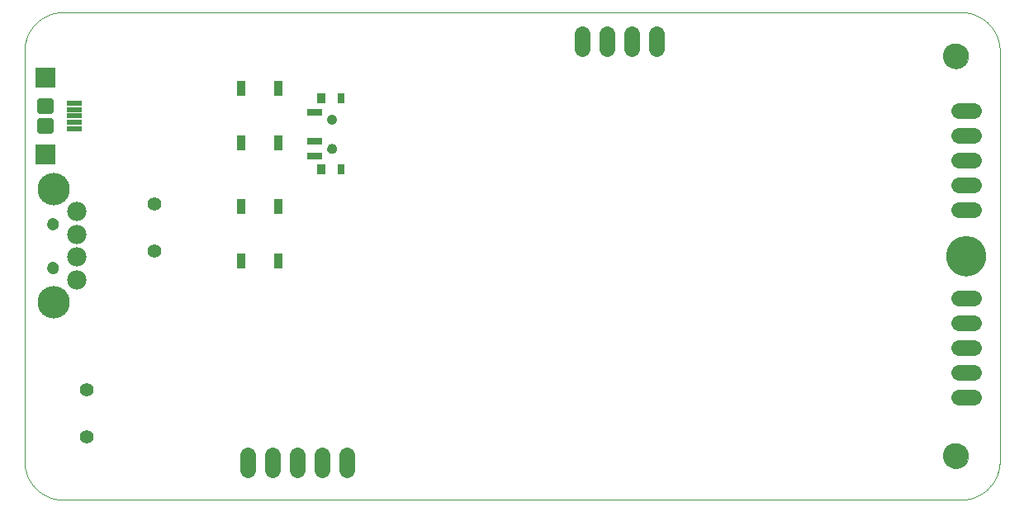
<source format=gbs>
G75*
%MOIN*%
%OFA0B0*%
%FSLAX25Y25*%
%IPPOS*%
%LPD*%
%AMOC8*
5,1,8,0,0,1.08239X$1,22.5*
%
%ADD10C,0.00000*%
%ADD11C,0.16148*%
%ADD12C,0.05600*%
%ADD13C,0.07800*%
%ADD14C,0.13061*%
%ADD15C,0.04731*%
%ADD16R,0.03400X0.06400*%
%ADD17C,0.06400*%
%ADD18C,0.10243*%
%ADD19R,0.06384X0.01896*%
%ADD20C,0.01920*%
%ADD21R,0.07880X0.07880*%
%ADD22R,0.06306X0.03156*%
%ADD23R,0.02762X0.04337*%
%ADD24R,0.03550X0.04337*%
%ADD25C,0.03943*%
D10*
X0059668Y0020048D02*
X0059668Y0185402D01*
X0059673Y0185783D01*
X0059686Y0186163D01*
X0059709Y0186543D01*
X0059742Y0186922D01*
X0059783Y0187300D01*
X0059833Y0187677D01*
X0059893Y0188053D01*
X0059961Y0188428D01*
X0060039Y0188800D01*
X0060126Y0189171D01*
X0060221Y0189539D01*
X0060326Y0189905D01*
X0060439Y0190268D01*
X0060561Y0190629D01*
X0060691Y0190986D01*
X0060831Y0191340D01*
X0060978Y0191691D01*
X0061135Y0192038D01*
X0061299Y0192381D01*
X0061472Y0192720D01*
X0061653Y0193055D01*
X0061842Y0193386D01*
X0062039Y0193711D01*
X0062243Y0194032D01*
X0062456Y0194348D01*
X0062676Y0194658D01*
X0062903Y0194964D01*
X0063138Y0195263D01*
X0063380Y0195557D01*
X0063628Y0195845D01*
X0063884Y0196127D01*
X0064147Y0196402D01*
X0064416Y0196671D01*
X0064691Y0196934D01*
X0064973Y0197190D01*
X0065261Y0197438D01*
X0065555Y0197680D01*
X0065854Y0197915D01*
X0066160Y0198142D01*
X0066470Y0198362D01*
X0066786Y0198575D01*
X0067107Y0198779D01*
X0067432Y0198976D01*
X0067763Y0199165D01*
X0068098Y0199346D01*
X0068437Y0199519D01*
X0068780Y0199683D01*
X0069127Y0199840D01*
X0069478Y0199987D01*
X0069832Y0200127D01*
X0070189Y0200257D01*
X0070550Y0200379D01*
X0070913Y0200492D01*
X0071279Y0200597D01*
X0071647Y0200692D01*
X0072018Y0200779D01*
X0072390Y0200857D01*
X0072765Y0200925D01*
X0073141Y0200985D01*
X0073518Y0201035D01*
X0073896Y0201076D01*
X0074275Y0201109D01*
X0074655Y0201132D01*
X0075035Y0201145D01*
X0075416Y0201150D01*
X0437620Y0201150D01*
X0438001Y0201145D01*
X0438381Y0201132D01*
X0438761Y0201109D01*
X0439140Y0201076D01*
X0439518Y0201035D01*
X0439895Y0200985D01*
X0440271Y0200925D01*
X0440646Y0200857D01*
X0441018Y0200779D01*
X0441389Y0200692D01*
X0441757Y0200597D01*
X0442123Y0200492D01*
X0442486Y0200379D01*
X0442847Y0200257D01*
X0443204Y0200127D01*
X0443558Y0199987D01*
X0443909Y0199840D01*
X0444256Y0199683D01*
X0444599Y0199519D01*
X0444938Y0199346D01*
X0445273Y0199165D01*
X0445604Y0198976D01*
X0445929Y0198779D01*
X0446250Y0198575D01*
X0446566Y0198362D01*
X0446876Y0198142D01*
X0447182Y0197915D01*
X0447481Y0197680D01*
X0447775Y0197438D01*
X0448063Y0197190D01*
X0448345Y0196934D01*
X0448620Y0196671D01*
X0448889Y0196402D01*
X0449152Y0196127D01*
X0449408Y0195845D01*
X0449656Y0195557D01*
X0449898Y0195263D01*
X0450133Y0194964D01*
X0450360Y0194658D01*
X0450580Y0194348D01*
X0450793Y0194032D01*
X0450997Y0193711D01*
X0451194Y0193386D01*
X0451383Y0193055D01*
X0451564Y0192720D01*
X0451737Y0192381D01*
X0451901Y0192038D01*
X0452058Y0191691D01*
X0452205Y0191340D01*
X0452345Y0190986D01*
X0452475Y0190629D01*
X0452597Y0190268D01*
X0452710Y0189905D01*
X0452815Y0189539D01*
X0452910Y0189171D01*
X0452997Y0188800D01*
X0453075Y0188428D01*
X0453143Y0188053D01*
X0453203Y0187677D01*
X0453253Y0187300D01*
X0453294Y0186922D01*
X0453327Y0186543D01*
X0453350Y0186163D01*
X0453363Y0185783D01*
X0453368Y0185402D01*
X0453369Y0185402D02*
X0453369Y0020048D01*
X0453368Y0020048D02*
X0453363Y0019667D01*
X0453350Y0019287D01*
X0453327Y0018907D01*
X0453294Y0018528D01*
X0453253Y0018150D01*
X0453203Y0017773D01*
X0453143Y0017397D01*
X0453075Y0017022D01*
X0452997Y0016650D01*
X0452910Y0016279D01*
X0452815Y0015911D01*
X0452710Y0015545D01*
X0452597Y0015182D01*
X0452475Y0014821D01*
X0452345Y0014464D01*
X0452205Y0014110D01*
X0452058Y0013759D01*
X0451901Y0013412D01*
X0451737Y0013069D01*
X0451564Y0012730D01*
X0451383Y0012395D01*
X0451194Y0012064D01*
X0450997Y0011739D01*
X0450793Y0011418D01*
X0450580Y0011102D01*
X0450360Y0010792D01*
X0450133Y0010486D01*
X0449898Y0010187D01*
X0449656Y0009893D01*
X0449408Y0009605D01*
X0449152Y0009323D01*
X0448889Y0009048D01*
X0448620Y0008779D01*
X0448345Y0008516D01*
X0448063Y0008260D01*
X0447775Y0008012D01*
X0447481Y0007770D01*
X0447182Y0007535D01*
X0446876Y0007308D01*
X0446566Y0007088D01*
X0446250Y0006875D01*
X0445929Y0006671D01*
X0445604Y0006474D01*
X0445273Y0006285D01*
X0444938Y0006104D01*
X0444599Y0005931D01*
X0444256Y0005767D01*
X0443909Y0005610D01*
X0443558Y0005463D01*
X0443204Y0005323D01*
X0442847Y0005193D01*
X0442486Y0005071D01*
X0442123Y0004958D01*
X0441757Y0004853D01*
X0441389Y0004758D01*
X0441018Y0004671D01*
X0440646Y0004593D01*
X0440271Y0004525D01*
X0439895Y0004465D01*
X0439518Y0004415D01*
X0439140Y0004374D01*
X0438761Y0004341D01*
X0438381Y0004318D01*
X0438001Y0004305D01*
X0437620Y0004300D01*
X0075416Y0004300D01*
X0075035Y0004305D01*
X0074655Y0004318D01*
X0074275Y0004341D01*
X0073896Y0004374D01*
X0073518Y0004415D01*
X0073141Y0004465D01*
X0072765Y0004525D01*
X0072390Y0004593D01*
X0072018Y0004671D01*
X0071647Y0004758D01*
X0071279Y0004853D01*
X0070913Y0004958D01*
X0070550Y0005071D01*
X0070189Y0005193D01*
X0069832Y0005323D01*
X0069478Y0005463D01*
X0069127Y0005610D01*
X0068780Y0005767D01*
X0068437Y0005931D01*
X0068098Y0006104D01*
X0067763Y0006285D01*
X0067432Y0006474D01*
X0067107Y0006671D01*
X0066786Y0006875D01*
X0066470Y0007088D01*
X0066160Y0007308D01*
X0065854Y0007535D01*
X0065555Y0007770D01*
X0065261Y0008012D01*
X0064973Y0008260D01*
X0064691Y0008516D01*
X0064416Y0008779D01*
X0064147Y0009048D01*
X0063884Y0009323D01*
X0063628Y0009605D01*
X0063380Y0009893D01*
X0063138Y0010187D01*
X0062903Y0010486D01*
X0062676Y0010792D01*
X0062456Y0011102D01*
X0062243Y0011418D01*
X0062039Y0011739D01*
X0061842Y0012064D01*
X0061653Y0012395D01*
X0061472Y0012730D01*
X0061299Y0013069D01*
X0061135Y0013412D01*
X0060978Y0013759D01*
X0060831Y0014110D01*
X0060691Y0014464D01*
X0060561Y0014821D01*
X0060439Y0015182D01*
X0060326Y0015545D01*
X0060221Y0015911D01*
X0060126Y0016279D01*
X0060039Y0016650D01*
X0059961Y0017022D01*
X0059893Y0017397D01*
X0059833Y0017773D01*
X0059783Y0018150D01*
X0059742Y0018528D01*
X0059709Y0018907D01*
X0059686Y0019287D01*
X0059673Y0019667D01*
X0059668Y0020048D01*
X0068920Y0097942D02*
X0068922Y0098035D01*
X0068928Y0098127D01*
X0068938Y0098219D01*
X0068952Y0098310D01*
X0068969Y0098401D01*
X0068991Y0098491D01*
X0069016Y0098580D01*
X0069045Y0098668D01*
X0069078Y0098754D01*
X0069115Y0098839D01*
X0069155Y0098923D01*
X0069199Y0099004D01*
X0069246Y0099084D01*
X0069296Y0099162D01*
X0069350Y0099237D01*
X0069407Y0099310D01*
X0069467Y0099380D01*
X0069530Y0099448D01*
X0069596Y0099513D01*
X0069664Y0099575D01*
X0069735Y0099635D01*
X0069809Y0099691D01*
X0069885Y0099744D01*
X0069963Y0099793D01*
X0070043Y0099840D01*
X0070125Y0099882D01*
X0070209Y0099922D01*
X0070294Y0099957D01*
X0070381Y0099989D01*
X0070469Y0100018D01*
X0070558Y0100042D01*
X0070648Y0100063D01*
X0070739Y0100079D01*
X0070831Y0100092D01*
X0070923Y0100101D01*
X0071016Y0100106D01*
X0071108Y0100107D01*
X0071201Y0100104D01*
X0071293Y0100097D01*
X0071385Y0100086D01*
X0071476Y0100071D01*
X0071567Y0100053D01*
X0071657Y0100030D01*
X0071745Y0100004D01*
X0071833Y0099974D01*
X0071919Y0099940D01*
X0072003Y0099903D01*
X0072086Y0099861D01*
X0072167Y0099817D01*
X0072247Y0099769D01*
X0072324Y0099718D01*
X0072398Y0099663D01*
X0072471Y0099605D01*
X0072541Y0099545D01*
X0072608Y0099481D01*
X0072672Y0099415D01*
X0072734Y0099345D01*
X0072792Y0099274D01*
X0072847Y0099200D01*
X0072899Y0099123D01*
X0072948Y0099044D01*
X0072994Y0098964D01*
X0073036Y0098881D01*
X0073074Y0098797D01*
X0073109Y0098711D01*
X0073140Y0098624D01*
X0073167Y0098536D01*
X0073190Y0098446D01*
X0073210Y0098356D01*
X0073226Y0098265D01*
X0073238Y0098173D01*
X0073246Y0098081D01*
X0073250Y0097988D01*
X0073250Y0097896D01*
X0073246Y0097803D01*
X0073238Y0097711D01*
X0073226Y0097619D01*
X0073210Y0097528D01*
X0073190Y0097438D01*
X0073167Y0097348D01*
X0073140Y0097260D01*
X0073109Y0097173D01*
X0073074Y0097087D01*
X0073036Y0097003D01*
X0072994Y0096920D01*
X0072948Y0096840D01*
X0072899Y0096761D01*
X0072847Y0096684D01*
X0072792Y0096610D01*
X0072734Y0096539D01*
X0072672Y0096469D01*
X0072608Y0096403D01*
X0072541Y0096339D01*
X0072471Y0096279D01*
X0072398Y0096221D01*
X0072324Y0096166D01*
X0072247Y0096115D01*
X0072168Y0096067D01*
X0072086Y0096023D01*
X0072003Y0095981D01*
X0071919Y0095944D01*
X0071833Y0095910D01*
X0071745Y0095880D01*
X0071657Y0095854D01*
X0071567Y0095831D01*
X0071476Y0095813D01*
X0071385Y0095798D01*
X0071293Y0095787D01*
X0071201Y0095780D01*
X0071108Y0095777D01*
X0071016Y0095778D01*
X0070923Y0095783D01*
X0070831Y0095792D01*
X0070739Y0095805D01*
X0070648Y0095821D01*
X0070558Y0095842D01*
X0070469Y0095866D01*
X0070381Y0095895D01*
X0070294Y0095927D01*
X0070209Y0095962D01*
X0070125Y0096002D01*
X0070043Y0096044D01*
X0069963Y0096091D01*
X0069885Y0096140D01*
X0069809Y0096193D01*
X0069735Y0096249D01*
X0069664Y0096309D01*
X0069596Y0096371D01*
X0069530Y0096436D01*
X0069467Y0096504D01*
X0069407Y0096574D01*
X0069350Y0096647D01*
X0069296Y0096722D01*
X0069246Y0096800D01*
X0069199Y0096880D01*
X0069155Y0096961D01*
X0069115Y0097045D01*
X0069078Y0097130D01*
X0069045Y0097216D01*
X0069016Y0097304D01*
X0068991Y0097393D01*
X0068969Y0097483D01*
X0068952Y0097574D01*
X0068938Y0097665D01*
X0068928Y0097757D01*
X0068922Y0097849D01*
X0068920Y0097942D01*
X0068920Y0115658D02*
X0068922Y0115751D01*
X0068928Y0115843D01*
X0068938Y0115935D01*
X0068952Y0116026D01*
X0068969Y0116117D01*
X0068991Y0116207D01*
X0069016Y0116296D01*
X0069045Y0116384D01*
X0069078Y0116470D01*
X0069115Y0116555D01*
X0069155Y0116639D01*
X0069199Y0116720D01*
X0069246Y0116800D01*
X0069296Y0116878D01*
X0069350Y0116953D01*
X0069407Y0117026D01*
X0069467Y0117096D01*
X0069530Y0117164D01*
X0069596Y0117229D01*
X0069664Y0117291D01*
X0069735Y0117351D01*
X0069809Y0117407D01*
X0069885Y0117460D01*
X0069963Y0117509D01*
X0070043Y0117556D01*
X0070125Y0117598D01*
X0070209Y0117638D01*
X0070294Y0117673D01*
X0070381Y0117705D01*
X0070469Y0117734D01*
X0070558Y0117758D01*
X0070648Y0117779D01*
X0070739Y0117795D01*
X0070831Y0117808D01*
X0070923Y0117817D01*
X0071016Y0117822D01*
X0071108Y0117823D01*
X0071201Y0117820D01*
X0071293Y0117813D01*
X0071385Y0117802D01*
X0071476Y0117787D01*
X0071567Y0117769D01*
X0071657Y0117746D01*
X0071745Y0117720D01*
X0071833Y0117690D01*
X0071919Y0117656D01*
X0072003Y0117619D01*
X0072086Y0117577D01*
X0072167Y0117533D01*
X0072247Y0117485D01*
X0072324Y0117434D01*
X0072398Y0117379D01*
X0072471Y0117321D01*
X0072541Y0117261D01*
X0072608Y0117197D01*
X0072672Y0117131D01*
X0072734Y0117061D01*
X0072792Y0116990D01*
X0072847Y0116916D01*
X0072899Y0116839D01*
X0072948Y0116760D01*
X0072994Y0116680D01*
X0073036Y0116597D01*
X0073074Y0116513D01*
X0073109Y0116427D01*
X0073140Y0116340D01*
X0073167Y0116252D01*
X0073190Y0116162D01*
X0073210Y0116072D01*
X0073226Y0115981D01*
X0073238Y0115889D01*
X0073246Y0115797D01*
X0073250Y0115704D01*
X0073250Y0115612D01*
X0073246Y0115519D01*
X0073238Y0115427D01*
X0073226Y0115335D01*
X0073210Y0115244D01*
X0073190Y0115154D01*
X0073167Y0115064D01*
X0073140Y0114976D01*
X0073109Y0114889D01*
X0073074Y0114803D01*
X0073036Y0114719D01*
X0072994Y0114636D01*
X0072948Y0114556D01*
X0072899Y0114477D01*
X0072847Y0114400D01*
X0072792Y0114326D01*
X0072734Y0114255D01*
X0072672Y0114185D01*
X0072608Y0114119D01*
X0072541Y0114055D01*
X0072471Y0113995D01*
X0072398Y0113937D01*
X0072324Y0113882D01*
X0072247Y0113831D01*
X0072168Y0113783D01*
X0072086Y0113739D01*
X0072003Y0113697D01*
X0071919Y0113660D01*
X0071833Y0113626D01*
X0071745Y0113596D01*
X0071657Y0113570D01*
X0071567Y0113547D01*
X0071476Y0113529D01*
X0071385Y0113514D01*
X0071293Y0113503D01*
X0071201Y0113496D01*
X0071108Y0113493D01*
X0071016Y0113494D01*
X0070923Y0113499D01*
X0070831Y0113508D01*
X0070739Y0113521D01*
X0070648Y0113537D01*
X0070558Y0113558D01*
X0070469Y0113582D01*
X0070381Y0113611D01*
X0070294Y0113643D01*
X0070209Y0113678D01*
X0070125Y0113718D01*
X0070043Y0113760D01*
X0069963Y0113807D01*
X0069885Y0113856D01*
X0069809Y0113909D01*
X0069735Y0113965D01*
X0069664Y0114025D01*
X0069596Y0114087D01*
X0069530Y0114152D01*
X0069467Y0114220D01*
X0069407Y0114290D01*
X0069350Y0114363D01*
X0069296Y0114438D01*
X0069246Y0114516D01*
X0069199Y0114596D01*
X0069155Y0114677D01*
X0069115Y0114761D01*
X0069078Y0114846D01*
X0069045Y0114932D01*
X0069016Y0115020D01*
X0068991Y0115109D01*
X0068969Y0115199D01*
X0068952Y0115290D01*
X0068938Y0115381D01*
X0068928Y0115473D01*
X0068922Y0115565D01*
X0068920Y0115658D01*
X0181911Y0146032D02*
X0181913Y0146116D01*
X0181919Y0146199D01*
X0181929Y0146282D01*
X0181943Y0146365D01*
X0181960Y0146447D01*
X0181982Y0146528D01*
X0182007Y0146607D01*
X0182036Y0146686D01*
X0182069Y0146763D01*
X0182105Y0146838D01*
X0182145Y0146912D01*
X0182188Y0146984D01*
X0182235Y0147053D01*
X0182285Y0147120D01*
X0182338Y0147185D01*
X0182394Y0147247D01*
X0182452Y0147307D01*
X0182514Y0147364D01*
X0182578Y0147417D01*
X0182645Y0147468D01*
X0182714Y0147515D01*
X0182785Y0147560D01*
X0182858Y0147600D01*
X0182933Y0147637D01*
X0183010Y0147671D01*
X0183088Y0147701D01*
X0183167Y0147727D01*
X0183248Y0147750D01*
X0183330Y0147768D01*
X0183412Y0147783D01*
X0183495Y0147794D01*
X0183578Y0147801D01*
X0183662Y0147804D01*
X0183746Y0147803D01*
X0183829Y0147798D01*
X0183913Y0147789D01*
X0183995Y0147776D01*
X0184077Y0147760D01*
X0184158Y0147739D01*
X0184239Y0147715D01*
X0184317Y0147687D01*
X0184395Y0147655D01*
X0184471Y0147619D01*
X0184545Y0147580D01*
X0184617Y0147538D01*
X0184687Y0147492D01*
X0184755Y0147443D01*
X0184820Y0147391D01*
X0184883Y0147336D01*
X0184943Y0147278D01*
X0185001Y0147217D01*
X0185055Y0147153D01*
X0185107Y0147087D01*
X0185155Y0147019D01*
X0185200Y0146948D01*
X0185241Y0146875D01*
X0185280Y0146801D01*
X0185314Y0146725D01*
X0185345Y0146647D01*
X0185372Y0146568D01*
X0185396Y0146487D01*
X0185415Y0146406D01*
X0185431Y0146324D01*
X0185443Y0146241D01*
X0185451Y0146157D01*
X0185455Y0146074D01*
X0185455Y0145990D01*
X0185451Y0145907D01*
X0185443Y0145823D01*
X0185431Y0145740D01*
X0185415Y0145658D01*
X0185396Y0145577D01*
X0185372Y0145496D01*
X0185345Y0145417D01*
X0185314Y0145339D01*
X0185280Y0145263D01*
X0185241Y0145189D01*
X0185200Y0145116D01*
X0185155Y0145045D01*
X0185107Y0144977D01*
X0185055Y0144911D01*
X0185001Y0144847D01*
X0184943Y0144786D01*
X0184883Y0144728D01*
X0184820Y0144673D01*
X0184755Y0144621D01*
X0184687Y0144572D01*
X0184617Y0144526D01*
X0184545Y0144484D01*
X0184471Y0144445D01*
X0184395Y0144409D01*
X0184317Y0144377D01*
X0184239Y0144349D01*
X0184158Y0144325D01*
X0184077Y0144304D01*
X0183995Y0144288D01*
X0183913Y0144275D01*
X0183829Y0144266D01*
X0183746Y0144261D01*
X0183662Y0144260D01*
X0183578Y0144263D01*
X0183495Y0144270D01*
X0183412Y0144281D01*
X0183330Y0144296D01*
X0183248Y0144314D01*
X0183167Y0144337D01*
X0183088Y0144363D01*
X0183010Y0144393D01*
X0182933Y0144427D01*
X0182858Y0144464D01*
X0182785Y0144504D01*
X0182714Y0144549D01*
X0182645Y0144596D01*
X0182578Y0144647D01*
X0182514Y0144700D01*
X0182452Y0144757D01*
X0182394Y0144817D01*
X0182338Y0144879D01*
X0182285Y0144944D01*
X0182235Y0145011D01*
X0182188Y0145080D01*
X0182145Y0145152D01*
X0182105Y0145226D01*
X0182069Y0145301D01*
X0182036Y0145378D01*
X0182007Y0145457D01*
X0181982Y0145536D01*
X0181960Y0145617D01*
X0181943Y0145699D01*
X0181929Y0145782D01*
X0181919Y0145865D01*
X0181913Y0145948D01*
X0181911Y0146032D01*
X0181911Y0157843D02*
X0181913Y0157927D01*
X0181919Y0158010D01*
X0181929Y0158093D01*
X0181943Y0158176D01*
X0181960Y0158258D01*
X0181982Y0158339D01*
X0182007Y0158418D01*
X0182036Y0158497D01*
X0182069Y0158574D01*
X0182105Y0158649D01*
X0182145Y0158723D01*
X0182188Y0158795D01*
X0182235Y0158864D01*
X0182285Y0158931D01*
X0182338Y0158996D01*
X0182394Y0159058D01*
X0182452Y0159118D01*
X0182514Y0159175D01*
X0182578Y0159228D01*
X0182645Y0159279D01*
X0182714Y0159326D01*
X0182785Y0159371D01*
X0182858Y0159411D01*
X0182933Y0159448D01*
X0183010Y0159482D01*
X0183088Y0159512D01*
X0183167Y0159538D01*
X0183248Y0159561D01*
X0183330Y0159579D01*
X0183412Y0159594D01*
X0183495Y0159605D01*
X0183578Y0159612D01*
X0183662Y0159615D01*
X0183746Y0159614D01*
X0183829Y0159609D01*
X0183913Y0159600D01*
X0183995Y0159587D01*
X0184077Y0159571D01*
X0184158Y0159550D01*
X0184239Y0159526D01*
X0184317Y0159498D01*
X0184395Y0159466D01*
X0184471Y0159430D01*
X0184545Y0159391D01*
X0184617Y0159349D01*
X0184687Y0159303D01*
X0184755Y0159254D01*
X0184820Y0159202D01*
X0184883Y0159147D01*
X0184943Y0159089D01*
X0185001Y0159028D01*
X0185055Y0158964D01*
X0185107Y0158898D01*
X0185155Y0158830D01*
X0185200Y0158759D01*
X0185241Y0158686D01*
X0185280Y0158612D01*
X0185314Y0158536D01*
X0185345Y0158458D01*
X0185372Y0158379D01*
X0185396Y0158298D01*
X0185415Y0158217D01*
X0185431Y0158135D01*
X0185443Y0158052D01*
X0185451Y0157968D01*
X0185455Y0157885D01*
X0185455Y0157801D01*
X0185451Y0157718D01*
X0185443Y0157634D01*
X0185431Y0157551D01*
X0185415Y0157469D01*
X0185396Y0157388D01*
X0185372Y0157307D01*
X0185345Y0157228D01*
X0185314Y0157150D01*
X0185280Y0157074D01*
X0185241Y0157000D01*
X0185200Y0156927D01*
X0185155Y0156856D01*
X0185107Y0156788D01*
X0185055Y0156722D01*
X0185001Y0156658D01*
X0184943Y0156597D01*
X0184883Y0156539D01*
X0184820Y0156484D01*
X0184755Y0156432D01*
X0184687Y0156383D01*
X0184617Y0156337D01*
X0184545Y0156295D01*
X0184471Y0156256D01*
X0184395Y0156220D01*
X0184317Y0156188D01*
X0184239Y0156160D01*
X0184158Y0156136D01*
X0184077Y0156115D01*
X0183995Y0156099D01*
X0183913Y0156086D01*
X0183829Y0156077D01*
X0183746Y0156072D01*
X0183662Y0156071D01*
X0183578Y0156074D01*
X0183495Y0156081D01*
X0183412Y0156092D01*
X0183330Y0156107D01*
X0183248Y0156125D01*
X0183167Y0156148D01*
X0183088Y0156174D01*
X0183010Y0156204D01*
X0182933Y0156238D01*
X0182858Y0156275D01*
X0182785Y0156315D01*
X0182714Y0156360D01*
X0182645Y0156407D01*
X0182578Y0156458D01*
X0182514Y0156511D01*
X0182452Y0156568D01*
X0182394Y0156628D01*
X0182338Y0156690D01*
X0182285Y0156755D01*
X0182235Y0156822D01*
X0182188Y0156891D01*
X0182145Y0156963D01*
X0182105Y0157037D01*
X0182069Y0157112D01*
X0182036Y0157189D01*
X0182007Y0157268D01*
X0181982Y0157347D01*
X0181960Y0157428D01*
X0181943Y0157510D01*
X0181929Y0157593D01*
X0181919Y0157676D01*
X0181913Y0157759D01*
X0181911Y0157843D01*
X0430731Y0183434D02*
X0430733Y0183574D01*
X0430739Y0183714D01*
X0430749Y0183853D01*
X0430763Y0183992D01*
X0430781Y0184131D01*
X0430802Y0184269D01*
X0430828Y0184407D01*
X0430858Y0184544D01*
X0430891Y0184679D01*
X0430929Y0184814D01*
X0430970Y0184948D01*
X0431015Y0185081D01*
X0431063Y0185212D01*
X0431116Y0185341D01*
X0431172Y0185470D01*
X0431231Y0185596D01*
X0431295Y0185721D01*
X0431361Y0185844D01*
X0431432Y0185965D01*
X0431505Y0186084D01*
X0431582Y0186201D01*
X0431663Y0186315D01*
X0431746Y0186427D01*
X0431833Y0186537D01*
X0431923Y0186645D01*
X0432015Y0186749D01*
X0432111Y0186851D01*
X0432210Y0186951D01*
X0432311Y0187047D01*
X0432415Y0187141D01*
X0432522Y0187231D01*
X0432631Y0187318D01*
X0432743Y0187403D01*
X0432857Y0187484D01*
X0432973Y0187562D01*
X0433091Y0187636D01*
X0433212Y0187707D01*
X0433334Y0187775D01*
X0433459Y0187839D01*
X0433585Y0187900D01*
X0433712Y0187957D01*
X0433842Y0188010D01*
X0433973Y0188060D01*
X0434105Y0188105D01*
X0434238Y0188148D01*
X0434373Y0188186D01*
X0434508Y0188220D01*
X0434645Y0188251D01*
X0434782Y0188278D01*
X0434920Y0188300D01*
X0435059Y0188319D01*
X0435198Y0188334D01*
X0435337Y0188345D01*
X0435477Y0188352D01*
X0435617Y0188355D01*
X0435757Y0188354D01*
X0435897Y0188349D01*
X0436036Y0188340D01*
X0436176Y0188327D01*
X0436315Y0188310D01*
X0436453Y0188289D01*
X0436591Y0188265D01*
X0436728Y0188236D01*
X0436864Y0188204D01*
X0436999Y0188167D01*
X0437133Y0188127D01*
X0437266Y0188083D01*
X0437397Y0188035D01*
X0437527Y0187984D01*
X0437656Y0187929D01*
X0437783Y0187870D01*
X0437908Y0187807D01*
X0438031Y0187742D01*
X0438153Y0187672D01*
X0438272Y0187599D01*
X0438390Y0187523D01*
X0438505Y0187444D01*
X0438618Y0187361D01*
X0438728Y0187275D01*
X0438836Y0187186D01*
X0438941Y0187094D01*
X0439044Y0186999D01*
X0439144Y0186901D01*
X0439241Y0186801D01*
X0439335Y0186697D01*
X0439427Y0186591D01*
X0439515Y0186483D01*
X0439600Y0186372D01*
X0439682Y0186258D01*
X0439761Y0186142D01*
X0439836Y0186025D01*
X0439908Y0185905D01*
X0439976Y0185783D01*
X0440041Y0185659D01*
X0440103Y0185533D01*
X0440161Y0185406D01*
X0440215Y0185277D01*
X0440266Y0185146D01*
X0440312Y0185014D01*
X0440355Y0184881D01*
X0440395Y0184747D01*
X0440430Y0184612D01*
X0440462Y0184475D01*
X0440489Y0184338D01*
X0440513Y0184200D01*
X0440533Y0184062D01*
X0440549Y0183923D01*
X0440561Y0183783D01*
X0440569Y0183644D01*
X0440573Y0183504D01*
X0440573Y0183364D01*
X0440569Y0183224D01*
X0440561Y0183085D01*
X0440549Y0182945D01*
X0440533Y0182806D01*
X0440513Y0182668D01*
X0440489Y0182530D01*
X0440462Y0182393D01*
X0440430Y0182256D01*
X0440395Y0182121D01*
X0440355Y0181987D01*
X0440312Y0181854D01*
X0440266Y0181722D01*
X0440215Y0181591D01*
X0440161Y0181462D01*
X0440103Y0181335D01*
X0440041Y0181209D01*
X0439976Y0181085D01*
X0439908Y0180963D01*
X0439836Y0180843D01*
X0439761Y0180726D01*
X0439682Y0180610D01*
X0439600Y0180496D01*
X0439515Y0180385D01*
X0439427Y0180277D01*
X0439335Y0180171D01*
X0439241Y0180067D01*
X0439144Y0179967D01*
X0439044Y0179869D01*
X0438941Y0179774D01*
X0438836Y0179682D01*
X0438728Y0179593D01*
X0438618Y0179507D01*
X0438505Y0179424D01*
X0438390Y0179345D01*
X0438272Y0179269D01*
X0438153Y0179196D01*
X0438031Y0179126D01*
X0437908Y0179061D01*
X0437783Y0178998D01*
X0437656Y0178939D01*
X0437527Y0178884D01*
X0437397Y0178833D01*
X0437266Y0178785D01*
X0437133Y0178741D01*
X0436999Y0178701D01*
X0436864Y0178664D01*
X0436728Y0178632D01*
X0436591Y0178603D01*
X0436453Y0178579D01*
X0436315Y0178558D01*
X0436176Y0178541D01*
X0436036Y0178528D01*
X0435897Y0178519D01*
X0435757Y0178514D01*
X0435617Y0178513D01*
X0435477Y0178516D01*
X0435337Y0178523D01*
X0435198Y0178534D01*
X0435059Y0178549D01*
X0434920Y0178568D01*
X0434782Y0178590D01*
X0434645Y0178617D01*
X0434508Y0178648D01*
X0434373Y0178682D01*
X0434238Y0178720D01*
X0434105Y0178763D01*
X0433973Y0178808D01*
X0433842Y0178858D01*
X0433712Y0178911D01*
X0433585Y0178968D01*
X0433459Y0179029D01*
X0433334Y0179093D01*
X0433212Y0179161D01*
X0433091Y0179232D01*
X0432973Y0179306D01*
X0432857Y0179384D01*
X0432743Y0179465D01*
X0432631Y0179550D01*
X0432522Y0179637D01*
X0432415Y0179727D01*
X0432311Y0179821D01*
X0432210Y0179917D01*
X0432111Y0180017D01*
X0432015Y0180119D01*
X0431923Y0180223D01*
X0431833Y0180331D01*
X0431746Y0180441D01*
X0431663Y0180553D01*
X0431582Y0180667D01*
X0431505Y0180784D01*
X0431432Y0180903D01*
X0431361Y0181024D01*
X0431295Y0181147D01*
X0431231Y0181272D01*
X0431172Y0181398D01*
X0431116Y0181527D01*
X0431063Y0181656D01*
X0431015Y0181787D01*
X0430970Y0181920D01*
X0430929Y0182054D01*
X0430891Y0182189D01*
X0430858Y0182324D01*
X0430828Y0182461D01*
X0430802Y0182599D01*
X0430781Y0182737D01*
X0430763Y0182876D01*
X0430749Y0183015D01*
X0430739Y0183154D01*
X0430733Y0183294D01*
X0430731Y0183434D01*
X0431794Y0102725D02*
X0431796Y0102918D01*
X0431803Y0103111D01*
X0431815Y0103304D01*
X0431832Y0103497D01*
X0431853Y0103689D01*
X0431879Y0103880D01*
X0431910Y0104071D01*
X0431945Y0104261D01*
X0431985Y0104450D01*
X0432030Y0104638D01*
X0432079Y0104825D01*
X0432133Y0105011D01*
X0432191Y0105195D01*
X0432254Y0105378D01*
X0432322Y0105559D01*
X0432393Y0105738D01*
X0432470Y0105916D01*
X0432550Y0106092D01*
X0432635Y0106265D01*
X0432724Y0106437D01*
X0432817Y0106606D01*
X0432914Y0106773D01*
X0433016Y0106938D01*
X0433121Y0107100D01*
X0433230Y0107259D01*
X0433344Y0107416D01*
X0433461Y0107569D01*
X0433581Y0107720D01*
X0433706Y0107868D01*
X0433834Y0108013D01*
X0433965Y0108154D01*
X0434100Y0108293D01*
X0434239Y0108428D01*
X0434380Y0108559D01*
X0434525Y0108687D01*
X0434673Y0108812D01*
X0434824Y0108932D01*
X0434977Y0109049D01*
X0435134Y0109163D01*
X0435293Y0109272D01*
X0435455Y0109377D01*
X0435620Y0109479D01*
X0435787Y0109576D01*
X0435956Y0109669D01*
X0436128Y0109758D01*
X0436301Y0109843D01*
X0436477Y0109923D01*
X0436655Y0110000D01*
X0436834Y0110071D01*
X0437015Y0110139D01*
X0437198Y0110202D01*
X0437382Y0110260D01*
X0437568Y0110314D01*
X0437755Y0110363D01*
X0437943Y0110408D01*
X0438132Y0110448D01*
X0438322Y0110483D01*
X0438513Y0110514D01*
X0438704Y0110540D01*
X0438896Y0110561D01*
X0439089Y0110578D01*
X0439282Y0110590D01*
X0439475Y0110597D01*
X0439668Y0110599D01*
X0439861Y0110597D01*
X0440054Y0110590D01*
X0440247Y0110578D01*
X0440440Y0110561D01*
X0440632Y0110540D01*
X0440823Y0110514D01*
X0441014Y0110483D01*
X0441204Y0110448D01*
X0441393Y0110408D01*
X0441581Y0110363D01*
X0441768Y0110314D01*
X0441954Y0110260D01*
X0442138Y0110202D01*
X0442321Y0110139D01*
X0442502Y0110071D01*
X0442681Y0110000D01*
X0442859Y0109923D01*
X0443035Y0109843D01*
X0443208Y0109758D01*
X0443380Y0109669D01*
X0443549Y0109576D01*
X0443716Y0109479D01*
X0443881Y0109377D01*
X0444043Y0109272D01*
X0444202Y0109163D01*
X0444359Y0109049D01*
X0444512Y0108932D01*
X0444663Y0108812D01*
X0444811Y0108687D01*
X0444956Y0108559D01*
X0445097Y0108428D01*
X0445236Y0108293D01*
X0445371Y0108154D01*
X0445502Y0108013D01*
X0445630Y0107868D01*
X0445755Y0107720D01*
X0445875Y0107569D01*
X0445992Y0107416D01*
X0446106Y0107259D01*
X0446215Y0107100D01*
X0446320Y0106938D01*
X0446422Y0106773D01*
X0446519Y0106606D01*
X0446612Y0106437D01*
X0446701Y0106265D01*
X0446786Y0106092D01*
X0446866Y0105916D01*
X0446943Y0105738D01*
X0447014Y0105559D01*
X0447082Y0105378D01*
X0447145Y0105195D01*
X0447203Y0105011D01*
X0447257Y0104825D01*
X0447306Y0104638D01*
X0447351Y0104450D01*
X0447391Y0104261D01*
X0447426Y0104071D01*
X0447457Y0103880D01*
X0447483Y0103689D01*
X0447504Y0103497D01*
X0447521Y0103304D01*
X0447533Y0103111D01*
X0447540Y0102918D01*
X0447542Y0102725D01*
X0447540Y0102532D01*
X0447533Y0102339D01*
X0447521Y0102146D01*
X0447504Y0101953D01*
X0447483Y0101761D01*
X0447457Y0101570D01*
X0447426Y0101379D01*
X0447391Y0101189D01*
X0447351Y0101000D01*
X0447306Y0100812D01*
X0447257Y0100625D01*
X0447203Y0100439D01*
X0447145Y0100255D01*
X0447082Y0100072D01*
X0447014Y0099891D01*
X0446943Y0099712D01*
X0446866Y0099534D01*
X0446786Y0099358D01*
X0446701Y0099185D01*
X0446612Y0099013D01*
X0446519Y0098844D01*
X0446422Y0098677D01*
X0446320Y0098512D01*
X0446215Y0098350D01*
X0446106Y0098191D01*
X0445992Y0098034D01*
X0445875Y0097881D01*
X0445755Y0097730D01*
X0445630Y0097582D01*
X0445502Y0097437D01*
X0445371Y0097296D01*
X0445236Y0097157D01*
X0445097Y0097022D01*
X0444956Y0096891D01*
X0444811Y0096763D01*
X0444663Y0096638D01*
X0444512Y0096518D01*
X0444359Y0096401D01*
X0444202Y0096287D01*
X0444043Y0096178D01*
X0443881Y0096073D01*
X0443716Y0095971D01*
X0443549Y0095874D01*
X0443380Y0095781D01*
X0443208Y0095692D01*
X0443035Y0095607D01*
X0442859Y0095527D01*
X0442681Y0095450D01*
X0442502Y0095379D01*
X0442321Y0095311D01*
X0442138Y0095248D01*
X0441954Y0095190D01*
X0441768Y0095136D01*
X0441581Y0095087D01*
X0441393Y0095042D01*
X0441204Y0095002D01*
X0441014Y0094967D01*
X0440823Y0094936D01*
X0440632Y0094910D01*
X0440440Y0094889D01*
X0440247Y0094872D01*
X0440054Y0094860D01*
X0439861Y0094853D01*
X0439668Y0094851D01*
X0439475Y0094853D01*
X0439282Y0094860D01*
X0439089Y0094872D01*
X0438896Y0094889D01*
X0438704Y0094910D01*
X0438513Y0094936D01*
X0438322Y0094967D01*
X0438132Y0095002D01*
X0437943Y0095042D01*
X0437755Y0095087D01*
X0437568Y0095136D01*
X0437382Y0095190D01*
X0437198Y0095248D01*
X0437015Y0095311D01*
X0436834Y0095379D01*
X0436655Y0095450D01*
X0436477Y0095527D01*
X0436301Y0095607D01*
X0436128Y0095692D01*
X0435956Y0095781D01*
X0435787Y0095874D01*
X0435620Y0095971D01*
X0435455Y0096073D01*
X0435293Y0096178D01*
X0435134Y0096287D01*
X0434977Y0096401D01*
X0434824Y0096518D01*
X0434673Y0096638D01*
X0434525Y0096763D01*
X0434380Y0096891D01*
X0434239Y0097022D01*
X0434100Y0097157D01*
X0433965Y0097296D01*
X0433834Y0097437D01*
X0433706Y0097582D01*
X0433581Y0097730D01*
X0433461Y0097881D01*
X0433344Y0098034D01*
X0433230Y0098191D01*
X0433121Y0098350D01*
X0433016Y0098512D01*
X0432914Y0098677D01*
X0432817Y0098844D01*
X0432724Y0099013D01*
X0432635Y0099185D01*
X0432550Y0099358D01*
X0432470Y0099534D01*
X0432393Y0099712D01*
X0432322Y0099891D01*
X0432254Y0100072D01*
X0432191Y0100255D01*
X0432133Y0100439D01*
X0432079Y0100625D01*
X0432030Y0100812D01*
X0431985Y0101000D01*
X0431945Y0101189D01*
X0431910Y0101379D01*
X0431879Y0101570D01*
X0431853Y0101761D01*
X0431832Y0101953D01*
X0431815Y0102146D01*
X0431803Y0102339D01*
X0431796Y0102532D01*
X0431794Y0102725D01*
X0430731Y0022017D02*
X0430733Y0022157D01*
X0430739Y0022297D01*
X0430749Y0022436D01*
X0430763Y0022575D01*
X0430781Y0022714D01*
X0430802Y0022852D01*
X0430828Y0022990D01*
X0430858Y0023127D01*
X0430891Y0023262D01*
X0430929Y0023397D01*
X0430970Y0023531D01*
X0431015Y0023664D01*
X0431063Y0023795D01*
X0431116Y0023924D01*
X0431172Y0024053D01*
X0431231Y0024179D01*
X0431295Y0024304D01*
X0431361Y0024427D01*
X0431432Y0024548D01*
X0431505Y0024667D01*
X0431582Y0024784D01*
X0431663Y0024898D01*
X0431746Y0025010D01*
X0431833Y0025120D01*
X0431923Y0025228D01*
X0432015Y0025332D01*
X0432111Y0025434D01*
X0432210Y0025534D01*
X0432311Y0025630D01*
X0432415Y0025724D01*
X0432522Y0025814D01*
X0432631Y0025901D01*
X0432743Y0025986D01*
X0432857Y0026067D01*
X0432973Y0026145D01*
X0433091Y0026219D01*
X0433212Y0026290D01*
X0433334Y0026358D01*
X0433459Y0026422D01*
X0433585Y0026483D01*
X0433712Y0026540D01*
X0433842Y0026593D01*
X0433973Y0026643D01*
X0434105Y0026688D01*
X0434238Y0026731D01*
X0434373Y0026769D01*
X0434508Y0026803D01*
X0434645Y0026834D01*
X0434782Y0026861D01*
X0434920Y0026883D01*
X0435059Y0026902D01*
X0435198Y0026917D01*
X0435337Y0026928D01*
X0435477Y0026935D01*
X0435617Y0026938D01*
X0435757Y0026937D01*
X0435897Y0026932D01*
X0436036Y0026923D01*
X0436176Y0026910D01*
X0436315Y0026893D01*
X0436453Y0026872D01*
X0436591Y0026848D01*
X0436728Y0026819D01*
X0436864Y0026787D01*
X0436999Y0026750D01*
X0437133Y0026710D01*
X0437266Y0026666D01*
X0437397Y0026618D01*
X0437527Y0026567D01*
X0437656Y0026512D01*
X0437783Y0026453D01*
X0437908Y0026390D01*
X0438031Y0026325D01*
X0438153Y0026255D01*
X0438272Y0026182D01*
X0438390Y0026106D01*
X0438505Y0026027D01*
X0438618Y0025944D01*
X0438728Y0025858D01*
X0438836Y0025769D01*
X0438941Y0025677D01*
X0439044Y0025582D01*
X0439144Y0025484D01*
X0439241Y0025384D01*
X0439335Y0025280D01*
X0439427Y0025174D01*
X0439515Y0025066D01*
X0439600Y0024955D01*
X0439682Y0024841D01*
X0439761Y0024725D01*
X0439836Y0024608D01*
X0439908Y0024488D01*
X0439976Y0024366D01*
X0440041Y0024242D01*
X0440103Y0024116D01*
X0440161Y0023989D01*
X0440215Y0023860D01*
X0440266Y0023729D01*
X0440312Y0023597D01*
X0440355Y0023464D01*
X0440395Y0023330D01*
X0440430Y0023195D01*
X0440462Y0023058D01*
X0440489Y0022921D01*
X0440513Y0022783D01*
X0440533Y0022645D01*
X0440549Y0022506D01*
X0440561Y0022366D01*
X0440569Y0022227D01*
X0440573Y0022087D01*
X0440573Y0021947D01*
X0440569Y0021807D01*
X0440561Y0021668D01*
X0440549Y0021528D01*
X0440533Y0021389D01*
X0440513Y0021251D01*
X0440489Y0021113D01*
X0440462Y0020976D01*
X0440430Y0020839D01*
X0440395Y0020704D01*
X0440355Y0020570D01*
X0440312Y0020437D01*
X0440266Y0020305D01*
X0440215Y0020174D01*
X0440161Y0020045D01*
X0440103Y0019918D01*
X0440041Y0019792D01*
X0439976Y0019668D01*
X0439908Y0019546D01*
X0439836Y0019426D01*
X0439761Y0019309D01*
X0439682Y0019193D01*
X0439600Y0019079D01*
X0439515Y0018968D01*
X0439427Y0018860D01*
X0439335Y0018754D01*
X0439241Y0018650D01*
X0439144Y0018550D01*
X0439044Y0018452D01*
X0438941Y0018357D01*
X0438836Y0018265D01*
X0438728Y0018176D01*
X0438618Y0018090D01*
X0438505Y0018007D01*
X0438390Y0017928D01*
X0438272Y0017852D01*
X0438153Y0017779D01*
X0438031Y0017709D01*
X0437908Y0017644D01*
X0437783Y0017581D01*
X0437656Y0017522D01*
X0437527Y0017467D01*
X0437397Y0017416D01*
X0437266Y0017368D01*
X0437133Y0017324D01*
X0436999Y0017284D01*
X0436864Y0017247D01*
X0436728Y0017215D01*
X0436591Y0017186D01*
X0436453Y0017162D01*
X0436315Y0017141D01*
X0436176Y0017124D01*
X0436036Y0017111D01*
X0435897Y0017102D01*
X0435757Y0017097D01*
X0435617Y0017096D01*
X0435477Y0017099D01*
X0435337Y0017106D01*
X0435198Y0017117D01*
X0435059Y0017132D01*
X0434920Y0017151D01*
X0434782Y0017173D01*
X0434645Y0017200D01*
X0434508Y0017231D01*
X0434373Y0017265D01*
X0434238Y0017303D01*
X0434105Y0017346D01*
X0433973Y0017391D01*
X0433842Y0017441D01*
X0433712Y0017494D01*
X0433585Y0017551D01*
X0433459Y0017612D01*
X0433334Y0017676D01*
X0433212Y0017744D01*
X0433091Y0017815D01*
X0432973Y0017889D01*
X0432857Y0017967D01*
X0432743Y0018048D01*
X0432631Y0018133D01*
X0432522Y0018220D01*
X0432415Y0018310D01*
X0432311Y0018404D01*
X0432210Y0018500D01*
X0432111Y0018600D01*
X0432015Y0018702D01*
X0431923Y0018806D01*
X0431833Y0018914D01*
X0431746Y0019024D01*
X0431663Y0019136D01*
X0431582Y0019250D01*
X0431505Y0019367D01*
X0431432Y0019486D01*
X0431361Y0019607D01*
X0431295Y0019730D01*
X0431231Y0019855D01*
X0431172Y0019981D01*
X0431116Y0020110D01*
X0431063Y0020239D01*
X0431015Y0020370D01*
X0430970Y0020503D01*
X0430929Y0020637D01*
X0430891Y0020772D01*
X0430858Y0020907D01*
X0430828Y0021044D01*
X0430802Y0021182D01*
X0430781Y0021320D01*
X0430763Y0021459D01*
X0430749Y0021598D01*
X0430739Y0021737D01*
X0430733Y0021877D01*
X0430731Y0022017D01*
D11*
X0439668Y0102725D03*
D12*
X0112168Y0104800D03*
X0112168Y0123800D03*
X0084668Y0048800D03*
X0084668Y0029800D03*
D13*
X0080928Y0093020D03*
X0080928Y0102363D03*
X0080928Y0111237D03*
X0080928Y0120580D03*
D14*
X0071479Y0129635D03*
X0071479Y0083965D03*
D15*
X0071085Y0097942D03*
X0071085Y0115658D03*
D16*
X0147168Y0122800D03*
X0162168Y0122800D03*
X0162168Y0100800D03*
X0147168Y0100800D03*
X0147168Y0148300D03*
X0162168Y0148300D03*
X0162168Y0170300D03*
X0147168Y0170300D03*
D17*
X0284668Y0186300D02*
X0284668Y0192300D01*
X0294668Y0192300D02*
X0294668Y0186300D01*
X0304668Y0186300D02*
X0304668Y0192300D01*
X0314668Y0192300D02*
X0314668Y0186300D01*
X0436983Y0161308D02*
X0442983Y0161308D01*
X0442983Y0151308D02*
X0436983Y0151308D01*
X0436983Y0141308D02*
X0442983Y0141308D01*
X0442983Y0131308D02*
X0436983Y0131308D01*
X0436983Y0121308D02*
X0442983Y0121308D01*
X0442983Y0085717D02*
X0436983Y0085717D01*
X0436983Y0075717D02*
X0442983Y0075717D01*
X0442983Y0065717D02*
X0436983Y0065717D01*
X0436983Y0055717D02*
X0442983Y0055717D01*
X0442983Y0045717D02*
X0436983Y0045717D01*
X0189668Y0022300D02*
X0189668Y0016300D01*
X0179668Y0016300D02*
X0179668Y0022300D01*
X0169668Y0022300D02*
X0169668Y0016300D01*
X0159668Y0016300D02*
X0159668Y0022300D01*
X0149668Y0022300D02*
X0149668Y0016300D01*
D18*
X0435652Y0022017D03*
X0435652Y0183434D03*
D19*
X0079668Y0164418D03*
X0079668Y0161859D03*
X0079668Y0159300D03*
X0079668Y0156741D03*
X0079668Y0154182D03*
D20*
X0070408Y0153060D02*
X0070408Y0157540D01*
X0070408Y0153060D02*
X0065928Y0153060D01*
X0065928Y0157540D01*
X0070408Y0157540D01*
X0070408Y0154979D02*
X0065928Y0154979D01*
X0065928Y0156898D02*
X0070408Y0156898D01*
X0070408Y0161060D02*
X0070408Y0165540D01*
X0070408Y0161060D02*
X0065928Y0161060D01*
X0065928Y0165540D01*
X0070408Y0165540D01*
X0070408Y0162979D02*
X0065928Y0162979D01*
X0065928Y0164898D02*
X0070408Y0164898D01*
D21*
X0068168Y0174851D03*
X0068168Y0143749D03*
D22*
X0176794Y0143080D03*
X0176794Y0148985D03*
X0176794Y0160796D03*
D23*
X0187620Y0166308D03*
X0187620Y0137568D03*
D24*
X0179353Y0137568D03*
X0179353Y0166308D03*
D25*
X0183683Y0157843D03*
X0183683Y0146032D03*
M02*

</source>
